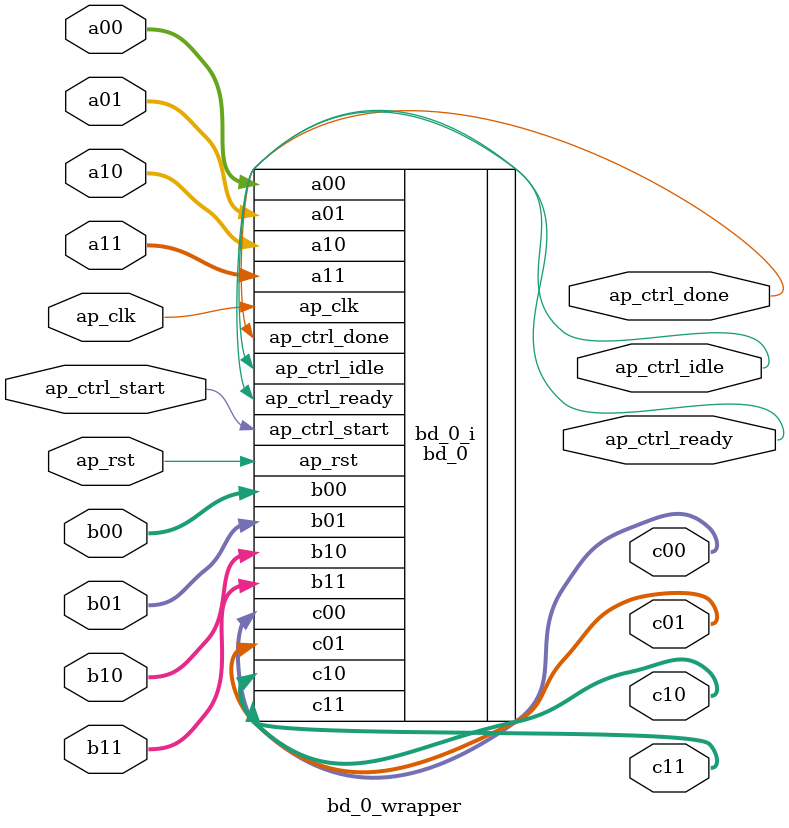
<source format=v>
`timescale 1 ps / 1 ps

module bd_0_wrapper
   (a00,
    a01,
    a10,
    a11,
    ap_clk,
    ap_ctrl_done,
    ap_ctrl_idle,
    ap_ctrl_ready,
    ap_ctrl_start,
    ap_rst,
    b00,
    b01,
    b10,
    b11,
    c00,
    c01,
    c10,
    c11);
  input [15:0]a00;
  input [15:0]a01;
  input [15:0]a10;
  input [15:0]a11;
  input ap_clk;
  output ap_ctrl_done;
  output ap_ctrl_idle;
  output ap_ctrl_ready;
  input ap_ctrl_start;
  input ap_rst;
  input [15:0]b00;
  input [15:0]b01;
  input [15:0]b10;
  input [15:0]b11;
  output [31:0]c00;
  output [31:0]c01;
  output [31:0]c10;
  output [31:0]c11;

  wire [15:0]a00;
  wire [15:0]a01;
  wire [15:0]a10;
  wire [15:0]a11;
  wire ap_clk;
  wire ap_ctrl_done;
  wire ap_ctrl_idle;
  wire ap_ctrl_ready;
  wire ap_ctrl_start;
  wire ap_rst;
  wire [15:0]b00;
  wire [15:0]b01;
  wire [15:0]b10;
  wire [15:0]b11;
  wire [31:0]c00;
  wire [31:0]c01;
  wire [31:0]c10;
  wire [31:0]c11;

  bd_0 bd_0_i
       (.a00(a00),
        .a01(a01),
        .a10(a10),
        .a11(a11),
        .ap_clk(ap_clk),
        .ap_ctrl_done(ap_ctrl_done),
        .ap_ctrl_idle(ap_ctrl_idle),
        .ap_ctrl_ready(ap_ctrl_ready),
        .ap_ctrl_start(ap_ctrl_start),
        .ap_rst(ap_rst),
        .b00(b00),
        .b01(b01),
        .b10(b10),
        .b11(b11),
        .c00(c00),
        .c01(c01),
        .c10(c10),
        .c11(c11));
endmodule

</source>
